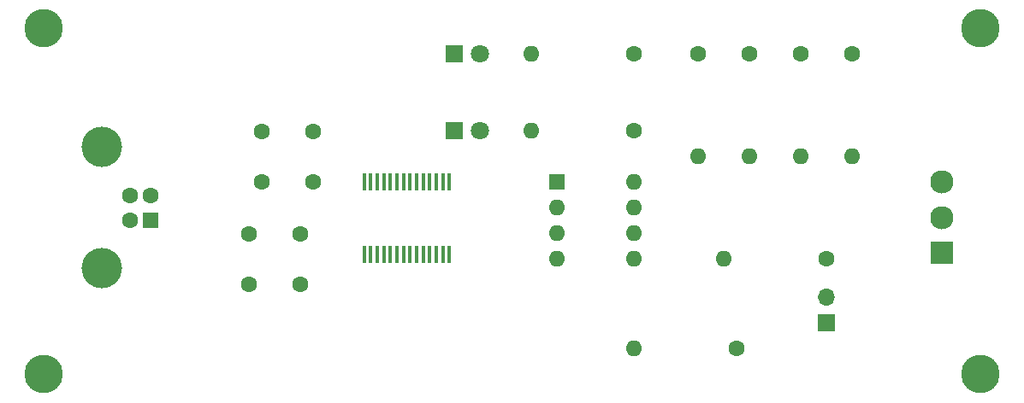
<source format=gbr>
%TF.GenerationSoftware,KiCad,Pcbnew,8.0.0*%
%TF.CreationDate,2024-03-15T14:32:29+09:00*%
%TF.ProjectId,RS485_Converter,52533438-355f-4436-9f6e-766572746572,1.0*%
%TF.SameCoordinates,Original*%
%TF.FileFunction,Soldermask,Top*%
%TF.FilePolarity,Negative*%
%FSLAX46Y46*%
G04 Gerber Fmt 4.6, Leading zero omitted, Abs format (unit mm)*
G04 Created by KiCad (PCBNEW 8.0.0) date 2024-03-15 14:32:29*
%MOMM*%
%LPD*%
G01*
G04 APERTURE LIST*
%ADD10C,1.600000*%
%ADD11O,1.600000X1.600000*%
%ADD12C,3.800000*%
%ADD13R,1.800000X1.800000*%
%ADD14C,1.800000*%
%ADD15R,1.600000X1.600000*%
%ADD16C,4.000000*%
%ADD17R,2.300000X2.300000*%
%ADD18C,2.300000*%
%ADD19R,1.700000X1.700000*%
%ADD20O,1.700000X1.700000*%
%ADD21R,0.450000X1.750000*%
G04 APERTURE END LIST*
D10*
%TO.C,C4*%
X115570000Y-100370000D03*
X115570000Y-105370000D03*
%TD*%
%TO.C,C3*%
X120650000Y-100370000D03*
X120650000Y-105370000D03*
%TD*%
%TO.C,C2*%
X121920000Y-95210000D03*
X121920000Y-90210000D03*
%TD*%
%TO.C,C1*%
X116840000Y-95250000D03*
X116840000Y-90250000D03*
%TD*%
%TO.C,R1*%
X165100000Y-82550000D03*
D11*
X165100000Y-92710000D03*
%TD*%
D12*
%TO.C,REF\u002A\u002A*%
X187960000Y-80010000D03*
%TD*%
D13*
%TO.C,D1*%
X135890000Y-82550000D03*
D14*
X138430000Y-82550000D03*
%TD*%
D10*
%TO.C,R8*%
X172720000Y-102870000D03*
D11*
X162560000Y-102870000D03*
%TD*%
D15*
%TO.C,U3*%
X146050000Y-95250000D03*
D11*
X146050000Y-97790000D03*
X146050000Y-100330000D03*
X146050000Y-102870000D03*
X153670000Y-102870000D03*
X153670000Y-100330000D03*
X153670000Y-97790000D03*
X153670000Y-95250000D03*
%TD*%
D15*
%TO.C,J1*%
X105847500Y-99040000D03*
D10*
X105847500Y-96540000D03*
X103847500Y-96540000D03*
X103847500Y-99040000D03*
D16*
X100987500Y-103790000D03*
X100987500Y-91790000D03*
%TD*%
D17*
%TO.C,J4*%
X184150000Y-102250000D03*
D18*
X184150000Y-98750000D03*
X184150000Y-95250000D03*
%TD*%
D13*
%TO.C,D2*%
X135890000Y-90170000D03*
D14*
X138430000Y-90170000D03*
%TD*%
D19*
%TO.C,J3*%
X172720000Y-109220000D03*
D20*
X172720000Y-106680000D03*
%TD*%
D10*
%TO.C,R6*%
X153670000Y-82550000D03*
D11*
X143510000Y-82550000D03*
%TD*%
D12*
%TO.C,REF\u002A\u002A*%
X95250000Y-80010000D03*
%TD*%
%TO.C,REF\u002A\u002A*%
X187960000Y-114300000D03*
%TD*%
%TO.C,REF\u002A\u002A*%
X95250000Y-114300000D03*
%TD*%
D10*
%TO.C,R4*%
X175260000Y-82550000D03*
D11*
X175260000Y-92710000D03*
%TD*%
D10*
%TO.C,R7*%
X153670000Y-90170000D03*
D11*
X143510000Y-90170000D03*
%TD*%
D10*
%TO.C,R2*%
X170180000Y-82550000D03*
D11*
X170180000Y-92710000D03*
%TD*%
D21*
%TO.C,U2*%
X126970000Y-102450000D03*
X127620000Y-102450000D03*
X128270000Y-102450000D03*
X128920000Y-102450000D03*
X129570000Y-102450000D03*
X130220000Y-102450000D03*
X130870000Y-102450000D03*
X131520000Y-102450000D03*
X132170000Y-102450000D03*
X132820000Y-102450000D03*
X133470000Y-102450000D03*
X134120000Y-102450000D03*
X134770000Y-102450000D03*
X135420000Y-102450000D03*
X135420000Y-95250000D03*
X134770000Y-95250000D03*
X134120000Y-95250000D03*
X133470000Y-95250000D03*
X132820000Y-95250000D03*
X132170000Y-95250000D03*
X131520000Y-95250000D03*
X130870000Y-95250000D03*
X130220000Y-95250000D03*
X129570000Y-95250000D03*
X128920000Y-95250000D03*
X128270000Y-95250000D03*
X127620000Y-95250000D03*
X126970000Y-95250000D03*
%TD*%
D10*
%TO.C,R5*%
X163830000Y-111760000D03*
D11*
X153670000Y-111760000D03*
%TD*%
D10*
%TO.C,R3*%
X160020000Y-82550000D03*
D11*
X160020000Y-92710000D03*
%TD*%
M02*

</source>
